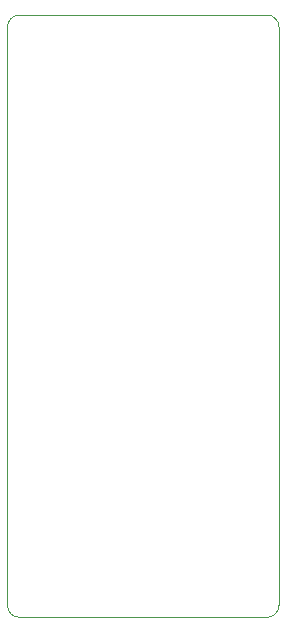
<source format=gbr>
%TF.GenerationSoftware,KiCad,Pcbnew,(6.0.9)*%
%TF.CreationDate,2023-01-04T16:56:23-05:00*%
%TF.ProjectId,RP2040_DevBoard_LiPo,52503230-3430-45f4-9465-76426f617264,rev?*%
%TF.SameCoordinates,Original*%
%TF.FileFunction,Profile,NP*%
%FSLAX46Y46*%
G04 Gerber Fmt 4.6, Leading zero omitted, Abs format (unit mm)*
G04 Created by KiCad (PCBNEW (6.0.9)) date 2023-01-04 16:56:23*
%MOMM*%
%LPD*%
G01*
G04 APERTURE LIST*
%TA.AperFunction,Profile*%
%ADD10C,0.100000*%
%TD*%
G04 APERTURE END LIST*
D10*
X182994354Y-21010633D02*
X182994354Y-69989367D01*
X161010633Y-20005646D02*
G75*
G03*
X160005646Y-21010633I-33J-1004954D01*
G01*
X160005690Y-70000000D02*
G75*
G03*
X161010633Y-70994354I994410J0D01*
G01*
X181989367Y-70994354D02*
G75*
G03*
X182994354Y-69989367I33J1004954D01*
G01*
X182994354Y-21010633D02*
G75*
G03*
X181989367Y-20005646I-1004954J33D01*
G01*
X160005646Y-21010633D02*
X160005646Y-70000000D01*
X181989367Y-70994354D02*
X161010633Y-70994354D01*
X161010633Y-20005646D02*
X181989367Y-20005646D01*
M02*

</source>
